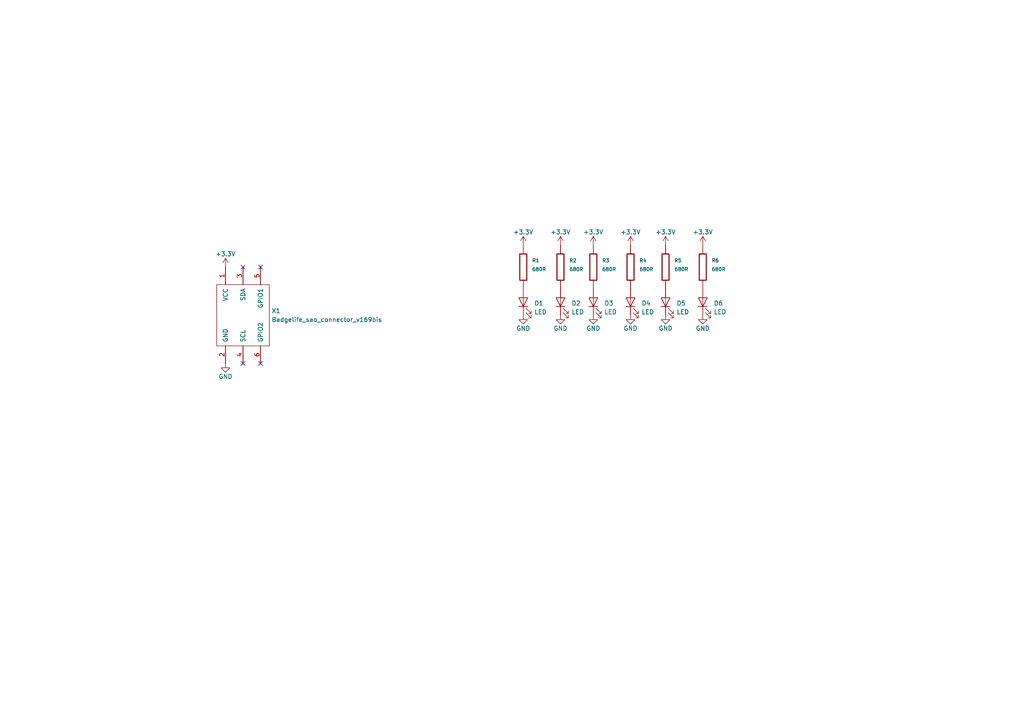
<source format=kicad_sch>
(kicad_sch (version 20211123) (generator eeschema)
  (paper "A4")
  (lib_symbols
    (symbol "power:+3.3V" (power) (pin_names (offset 0))
      (property "Value" "+3.3V" (at 0 3.556 0))
      (symbol "+3.3V_0_1"
        (polyline (pts (xy -0.762 1.27) (xy 0 2.54)))
        (polyline (pts (xy 0 0) (xy 0 2.54)))
        (polyline (pts (xy 0 2.54) (xy 0.762 1.27)))
      )
      (symbol "+3.3V_1_1"
        (pin power_in line (at 0 0 90) (length 0) hide (name "+3.3V") (number "1"))
      )
    )
    (symbol "power:GND" (power) (pin_names (offset 0))
      (property "Value" "GND" (at 0 -3.81 0))
      (symbol "GND_0_1"
        (polyline (pts (xy 0 0) (xy 0 -1.27) (xy 1.27 -1.27) (xy 0 -2.54) (xy -1.27 -1.27) (xy 0 -1.27)))
      )
      (symbol "GND_1_1"
        (pin power_in line (at 0 0 270) (length 0) hide (name "GND") (number "1"))
      )
    )
    (symbol "tom-connectors:Badgelife_sao_connector_v169bis" (pin_names (offset 1.016))
      (property "Reference" "X" (at 0 0 0))
      (property "Value" "Badgelife_sao_connector_v169bis" (at 0 20.32 0))
      (symbol "Badgelife_sao_connector_v169bis_0_1"
        (rectangle (start -7.62 8.89) (end 7.62 -8.89))
      )
      (symbol "Badgelife_sao_connector_v169bis_1_1"
        (pin input line (at -5.08 13.97 270) (length 5.08) (name "VCC") (number "1"))
        (pin input line (at -5.08 -13.97 90) (length 5.08) (name "GND") (number "2"))
        (pin input line (at 0 13.97 270) (length 5.08) (name "SDA") (number "3"))
        (pin input line (at 0 -13.97 90) (length 5.08) (name "SCL") (number "4"))
        (pin input line (at 5.08 13.97 270) (length 5.08) (name "GPIO1") (number "5"))
        (pin input line (at 5.08 -13.97 90) (length 5.08) (name "GPIO2") (number "6"))
      )
    )
    (symbol "tom-opto:LED" (pin_numbers hide) (pin_names (offset 1.016) hide)
      (property "Reference" "D" (at 0 2.54 0))
      (property "Value" "LED" (at 0 -2.54 0))
      (symbol "LED_0_1"
        (polyline (pts (xy -1.27 -1.27) (xy -1.27 1.27)) (stroke (width 0.2032)))
        (polyline (pts (xy -1.27 0) (xy 1.27 0)))
        (polyline (pts (xy 1.27 -1.27) (xy 1.27 1.27) (xy -1.27 0) (xy 1.27 -1.27)) (stroke (width 0.2032)))
        (polyline (pts (xy -3.048 -0.762) (xy -4.572 -2.286) (xy -3.81 -2.286) (xy -4.572 -2.286) (xy -4.572 -1.524)))
        (polyline (pts (xy -1.778 -0.762) (xy -3.302 -2.286) (xy -2.54 -2.286) (xy -3.302 -2.286) (xy -3.302 -1.524)))
      )
      (symbol "LED_1_1"
        (pin passive line (at -3.81 0 0) (length 2.54) (name "K") (number "1"))
        (pin passive line (at 3.81 0 180) (length 2.54) (name "A") (number "2"))
      )
    )
    (symbol "tom-passives:R" (pin_numbers hide) (pin_names (offset 0))
      (property "Reference" "R?" (at 2.032 0 90))
      (property "Value" "R" (at 0.1778 0.0254 90))
      (property "LCSC" "DNP" (at 3.5052 0 90))
      (symbol "R_0_1"
        (rectangle (start -1.016 3.81) (end 1.016 -3.81) (stroke (width 0.3048)))
      )
      (symbol "R_1_1"
        (pin passive line (at 0 6.35 270) (length 2.54) (name "~") (number "1"))
        (pin passive line (at 0 -6.35 90) (length 2.54) (name "~") (number "2"))
      )
    )
  )
  (no_connect (at 75.565 105.41))
  (no_connect (at 70.485 105.41))
  (no_connect (at 70.485 77.47))
  (no_connect (at 75.565 77.47))
  (symbol (lib_id "power:GND") (at 193.04 91.44 0) (unit 1)
    (property "Reference" "#PWR012" (effects hide))
    (property "Value" "GND" (at 193.04 95.25 0))
  )
  (symbol (lib_id "tom-passives:R") (at 193.04 77.47 0) (unit 1)
    (property "Reference" "R5" (at 195.58 75.565 0) (effects (font (size 1.016 1.016)) (justify left)))
    (property "Value" "680R" (at 195.58 78.105 0) (effects (font (size 1.016 1.016)) (justify left)))
    (property "Footprint" "tom-passives:C_0805_2012Metric_Pad1.15x1.40mm_HandSolder" (effects hide))
    (property "LCSC" "DNP" (effects hide))
  )
  (symbol (lib_id "tom-opto:LED") (at 151.765 87.63 90) (unit 1)
    (property "Reference" "D1" (at 154.94 87.9601 90) (effects (justify right)))
    (property "Value" "LED" (at 154.94 90.5001 90) (effects (justify right)))
    (property "Footprint" "tom-opto:ALIEXPRESS_LED_SIDE_1204" (effects hide))
  )
  (symbol (lib_id "tom-passives:R") (at 162.56 77.47 0) (unit 1)
    (property "Reference" "R2" (at 165.1 75.565 0) (effects (font (size 1.016 1.016)) (justify left)))
    (property "Value" "680R" (at 165.1 78.105 0) (effects (font (size 1.016 1.016)) (justify left)))
    (property "Footprint" "tom-passives:C_0805_2012Metric_Pad1.15x1.40mm_HandSolder" (effects hide))
    (property "LCSC" "DNP" (effects hide))
  )
  (symbol (lib_id "tom-opto:LED") (at 172.085 87.63 90) (unit 1)
    (property "Reference" "D3" (at 175.26 87.9601 90) (effects (justify right)))
    (property "Value" "LED" (at 175.26 90.5001 90) (effects (justify right)))
    (property "Footprint" "tom-opto:ALIEXPRESS_LED_SIDE_1204" (effects hide))
  )
  (symbol (lib_id "power:+3.3V") (at 182.88 71.12 0) (unit 1)
    (property "Reference" "#PWR09" (effects hide))
    (property "Value" "+3.3V" (at 182.88 67.31 0))
  )
  (symbol (lib_id "power:GND") (at 65.405 105.41 0) (unit 1)
    (property "Reference" "#PWR02" (effects hide))
    (property "Value" "GND" (at 65.405 109.22 0))
  )
  (symbol (lib_id "power:+3.3V") (at 203.835 71.12 0) (unit 1)
    (property "Reference" "#PWR013" (effects hide))
    (property "Value" "+3.3V" (at 203.835 67.31 0))
  )
  (symbol (lib_id "power:GND") (at 182.88 91.44 0) (unit 1)
    (property "Reference" "#PWR010" (effects hide))
    (property "Value" "GND" (at 182.88 95.25 0))
  )
  (symbol (lib_id "power:GND") (at 203.835 91.44 0) (unit 1)
    (property "Reference" "#PWR014" (effects hide))
    (property "Value" "GND" (at 203.835 95.25 0))
  )
  (symbol (lib_id "tom-opto:LED") (at 193.04 87.63 90) (unit 1)
    (property "Reference" "D5" (at 196.215 87.9601 90) (effects (justify right)))
    (property "Value" "LED" (at 196.215 90.5001 90) (effects (justify right)))
    (property "Footprint" "tom-opto:ALIEXPRESS_LED_SIDE_1204" (effects hide))
  )
  (symbol (lib_id "tom-opto:LED") (at 203.835 87.63 90) (unit 1)
    (property "Reference" "D6" (at 207.01 87.9601 90) (effects (justify right)))
    (property "Value" "LED" (at 207.01 90.5001 90) (effects (justify right)))
    (property "Footprint" "tom-opto:ALIEXPRESS_LED_SIDE_1204" (effects hide))
  )
  (symbol (lib_id "power:GND") (at 151.765 91.44 0) (unit 1)
    (property "Reference" "#PWR04" (effects hide))
    (property "Value" "GND" (at 151.765 95.25 0))
  )
  (symbol (lib_id "power:+3.3V") (at 151.765 71.12 0) (unit 1)
    (property "Reference" "#PWR03" (effects hide))
    (property "Value" "+3.3V" (at 151.765 67.31 0))
  )
  (symbol (lib_id "power:GND") (at 172.085 91.44 0) (unit 1)
    (property "Reference" "#PWR08" (effects hide))
    (property "Value" "GND" (at 172.085 95.25 0))
  )
  (symbol (lib_id "power:+3.3V") (at 65.405 77.47 0) (unit 1)
    (property "Reference" "#PWR01" (effects hide))
    (property "Value" "+3.3V" (at 65.405 73.66 0))
  )
  (symbol (lib_id "tom-passives:R") (at 203.835 77.47 0) (unit 1)
    (property "Reference" "R6" (at 206.375 75.565 0) (effects (font (size 1.016 1.016)) (justify left)))
    (property "Value" "680R" (at 206.375 78.105 0) (effects (font (size 1.016 1.016)) (justify left)))
    (property "Footprint" "tom-passives:C_0805_2012Metric_Pad1.15x1.40mm_HandSolder" (effects hide))
    (property "LCSC" "DNP" (effects hide))
  )
  (symbol (lib_id "tom-passives:R") (at 172.085 77.47 0) (unit 1)
    (property "Reference" "R3" (at 174.625 75.565 0) (effects (font (size 1.016 1.016)) (justify left)))
    (property "Value" "680R" (at 174.625 78.105 0) (effects (font (size 1.016 1.016)) (justify left)))
    (property "Footprint" "tom-passives:C_0805_2012Metric_Pad1.15x1.40mm_HandSolder" (effects hide))
    (property "LCSC" "DNP" (effects hide))
  )
  (symbol (lib_id "tom-opto:LED") (at 162.56 87.63 90) (unit 1)
    (property "Reference" "D2" (at 165.735 87.9601 90) (effects (justify right)))
    (property "Value" "LED" (at 165.735 90.5001 90) (effects (justify right)))
    (property "Footprint" "tom-opto:ALIEXPRESS_LED_SIDE_1204" (effects hide))
  )
  (symbol (lib_id "power:GND") (at 162.56 91.44 0) (unit 1)
    (property "Reference" "#PWR06" (effects hide))
    (property "Value" "GND" (at 162.56 95.25 0))
  )
  (symbol (lib_id "power:+3.3V") (at 162.56 71.12 0) (unit 1)
    (property "Reference" "#PWR05" (effects hide))
    (property "Value" "+3.3V" (at 162.56 67.31 0))
  )
  (symbol (lib_id "power:+3.3V") (at 172.085 71.12 0) (unit 1)
    (property "Reference" "#PWR07" (effects hide))
    (property "Value" "+3.3V" (at 172.085 67.31 0))
  )
  (symbol (lib_id "tom-connectors:Badgelife_sao_connector_v169bis") (at 70.485 91.44 0) (unit 1)
    (property "Reference" "X1" (at 78.74 90.1699 0) (effects (justify left)))
    (property "Value" "Badgelife_sao_connector_v169bis" (at 78.74 92.7099 0) (effects (justify left)))
    (property "Footprint" "tom-connectors:Badgelife-SAOv169-SAO-2x3-SMD-BIGPADS" (effects hide))
  )
  (symbol (lib_id "tom-opto:LED") (at 182.88 87.63 90) (unit 1)
    (property "Reference" "D4" (at 186.055 87.9601 90) (effects (justify right)))
    (property "Value" "LED" (at 186.055 90.5001 90) (effects (justify right)))
    (property "Footprint" "tom-opto:ALIEXPRESS_LED_SIDE_1204" (effects hide))
  )
  (symbol (lib_id "power:+3.3V") (at 193.04 71.12 0) (unit 1)
    (property "Reference" "#PWR011" (effects hide))
    (property "Value" "+3.3V" (at 193.04 67.31 0))
  )
  (symbol (lib_id "tom-passives:R") (at 182.88 77.47 0) (unit 1)
    (property "Reference" "R4" (at 185.42 75.565 0) (effects (font (size 1.016 1.016)) (justify left)))
    (property "Value" "680R" (at 185.42 78.105 0) (effects (font (size 1.016 1.016)) (justify left)))
    (property "Footprint" "tom-passives:C_0805_2012Metric_Pad1.15x1.40mm_HandSolder" (effects hide))
    (property "LCSC" "DNP" (effects hide))
  )
  (symbol (lib_id "tom-passives:R") (at 151.765 77.47 0) (unit 1)
    (property "Reference" "R1" (at 154.305 75.565 0) (effects (font (size 1.016 1.016)) (justify left)))
    (property "Value" "680R" (at 154.305 78.105 0) (effects (font (size 1.016 1.016)) (justify left)))
    (property "Footprint" "tom-passives:C_0805_2012Metric_Pad1.15x1.40mm_HandSolder" (effects hide))
    (property "LCSC" "DNP" (effects hide))
  )
)
</source>
